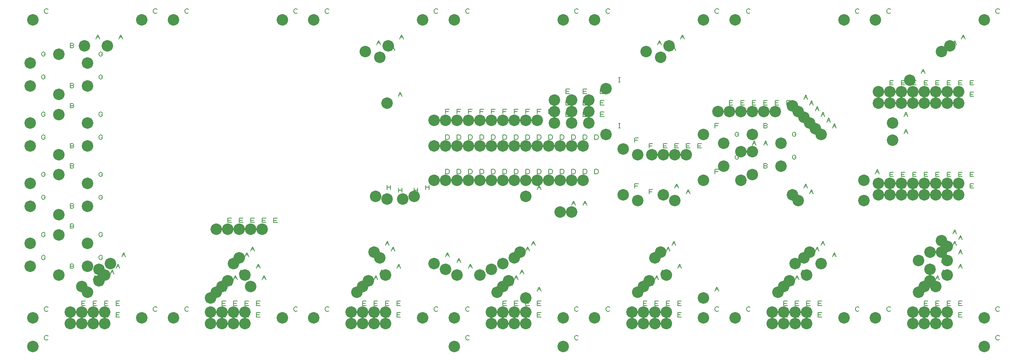
<source format=gbr>
G04 DesignSpark PCB Gerber Version 11.0 Build 5877*
G04 #@! TF.Part,Single*
G04 #@! TF.FileFunction,Drillmap*
G04 #@! TF.FilePolarity,Positive*
%FSLAX35Y35*%
%MOIN*%
%ADD82C,0.00500*%
G04 #@! TA.AperFunction,ViaPad*
%ADD95C,0.10000*%
G04 #@! TD.AperFunction*
X0Y0D02*
D02*
D82*
X27787Y95600D02*
X28725D01*
Y95287D01*
X28413Y94663D01*
X28100Y94350D01*
X27475Y94037D01*
X26850D01*
X26225Y94350D01*
X25913Y94663D01*
X25600Y95287D01*
Y96537D01*
X25913Y97163D01*
X26225Y97475D01*
X26850Y97787D01*
X27475D01*
X28100Y97475D01*
X28413Y97163D01*
X28725Y96537D01*
X27787Y115600D02*
X28725D01*
Y115287D01*
X28413Y114663D01*
X28100Y114350D01*
X27475Y114037D01*
X26850D01*
X26225Y114350D01*
X25913Y114663D01*
X25600Y115287D01*
Y116537D01*
X25913Y117163D01*
X26225Y117475D01*
X26850Y117787D01*
X27475D01*
X28100Y117475D01*
X28413Y117163D01*
X28725Y116537D01*
X27787Y148100D02*
X28725D01*
Y147787D01*
X28413Y147163D01*
X28100Y146850D01*
X27475Y146537D01*
X26850D01*
X26225Y146850D01*
X25913Y147163D01*
X25600Y147787D01*
Y149037D01*
X25913Y149663D01*
X26225Y149975D01*
X26850Y150287D01*
X27475D01*
X28100Y149975D01*
X28413Y149663D01*
X28725Y149037D01*
X27787Y168100D02*
X28725D01*
Y167787D01*
X28413Y167163D01*
X28100Y166850D01*
X27475Y166537D01*
X26850D01*
X26225Y166850D01*
X25913Y167163D01*
X25600Y167787D01*
Y169037D01*
X25913Y169663D01*
X26225Y169975D01*
X26850Y170287D01*
X27475D01*
X28100Y169975D01*
X28413Y169663D01*
X28725Y169037D01*
X27787Y200600D02*
X28725D01*
Y200287D01*
X28413Y199663D01*
X28100Y199350D01*
X27475Y199037D01*
X26850D01*
X26225Y199350D01*
X25913Y199663D01*
X25600Y200287D01*
Y201537D01*
X25913Y202163D01*
X26225Y202475D01*
X26850Y202787D01*
X27475D01*
X28100Y202475D01*
X28413Y202163D01*
X28725Y201537D01*
X27787Y220600D02*
X28725D01*
Y220287D01*
X28413Y219663D01*
X28100Y219350D01*
X27475Y219037D01*
X26850D01*
X26225Y219350D01*
X25913Y219663D01*
X25600Y220287D01*
Y221537D01*
X25913Y222163D01*
X26225Y222475D01*
X26850Y222787D01*
X27475D01*
X28100Y222475D01*
X28413Y222163D01*
X28725Y221537D01*
X27787Y253100D02*
X28725D01*
Y252787D01*
X28413Y252163D01*
X28100Y251850D01*
X27475Y251537D01*
X26850D01*
X26225Y251850D01*
X25913Y252163D01*
X25600Y252787D01*
Y254037D01*
X25913Y254663D01*
X26225Y254975D01*
X26850Y255287D01*
X27475D01*
X28100Y254975D01*
X28413Y254663D01*
X28725Y254037D01*
X27787Y273100D02*
X28725D01*
Y272787D01*
X28413Y272163D01*
X28100Y271850D01*
X27475Y271537D01*
X26850D01*
X26225Y271850D01*
X25913Y272163D01*
X25600Y272787D01*
Y274037D01*
X25913Y274663D01*
X26225Y274975D01*
X26850Y275287D01*
X27475D01*
X28100Y274975D01*
X28413Y274663D01*
X28725Y274037D01*
X31225Y24663D02*
X30913Y24350D01*
X30287Y24037D01*
X29350D01*
X28725Y24350D01*
X28413Y24663D01*
X28100Y25287D01*
Y26537D01*
X28413Y27163D01*
X28725Y27475D01*
X29350Y27787D01*
X30287D01*
X30913Y27475D01*
X31225Y27163D01*
Y49663D02*
X30913Y49350D01*
X30287Y49037D01*
X29350D01*
X28725Y49350D01*
X28413Y49663D01*
X28100Y50287D01*
Y51537D01*
X28413Y52163D01*
X28725Y52475D01*
X29350Y52787D01*
X30287D01*
X30913Y52475D01*
X31225Y52163D01*
Y309663D02*
X30913Y309350D01*
X30287Y309037D01*
X29350D01*
X28725Y309350D01*
X28413Y309663D01*
X28100Y310287D01*
Y311537D01*
X28413Y312163D01*
X28725Y312475D01*
X29350Y312787D01*
X30287D01*
X30913Y312475D01*
X31225Y312163D01*
X52787Y88413D02*
X53413Y88100D01*
X53725Y87475D01*
X53413Y86850D01*
X52787Y86537D01*
X50600D01*
Y90287D01*
X52787D01*
X53413Y89975D01*
X53725Y89350D01*
X53413Y88725D01*
X52787Y88413D01*
X50600D01*
X52787Y123413D02*
X53413Y123100D01*
X53725Y122475D01*
X53413Y121850D01*
X52787Y121537D01*
X50600D01*
Y125287D01*
X52787D01*
X53413Y124975D01*
X53725Y124350D01*
X53413Y123725D01*
X52787Y123413D01*
X50600D01*
X52787Y140913D02*
X53413Y140600D01*
X53725Y139975D01*
X53413Y139350D01*
X52787Y139037D01*
X50600D01*
Y142787D01*
X52787D01*
X53413Y142475D01*
X53725Y141850D01*
X53413Y141225D01*
X52787Y140913D01*
X50600D01*
X52787Y175913D02*
X53413Y175600D01*
X53725Y174975D01*
X53413Y174350D01*
X52787Y174037D01*
X50600D01*
Y177787D01*
X52787D01*
X53413Y177475D01*
X53725Y176850D01*
X53413Y176225D01*
X52787Y175913D01*
X50600D01*
X52787Y193413D02*
X53413Y193100D01*
X53725Y192475D01*
X53413Y191850D01*
X52787Y191537D01*
X50600D01*
Y195287D01*
X52787D01*
X53413Y194975D01*
X53725Y194350D01*
X53413Y193725D01*
X52787Y193413D01*
X50600D01*
X52787Y228413D02*
X53413Y228100D01*
X53725Y227475D01*
X53413Y226850D01*
X52787Y226537D01*
X50600D01*
Y230287D01*
X52787D01*
X53413Y229975D01*
X53725Y229350D01*
X53413Y228725D01*
X52787Y228413D01*
X50600D01*
X52787Y245913D02*
X53413Y245600D01*
X53725Y244975D01*
X53413Y244350D01*
X52787Y244037D01*
X50600D01*
Y247787D01*
X52787D01*
X53413Y247475D01*
X53725Y246850D01*
X53413Y246225D01*
X52787Y245913D01*
X50600D01*
X52787Y280913D02*
X53413Y280600D01*
X53725Y279975D01*
X53413Y279350D01*
X52787Y279037D01*
X50600D01*
Y282787D01*
X52787D01*
X53413Y282475D01*
X53725Y281850D01*
X53413Y281225D01*
X52787Y280913D01*
X50600D01*
X60600Y44037D02*
Y47787D01*
X63725D01*
X63100Y45913D02*
X60600D01*
Y44037D02*
X63725D01*
X60600Y54037D02*
Y57787D01*
X63725D01*
X63100Y55913D02*
X60600D01*
Y54037D02*
X63725D01*
X70600Y44037D02*
Y47787D01*
X73725D01*
X73100Y45913D02*
X70600D01*
Y44037D02*
X73725D01*
X70600Y54037D02*
Y57787D01*
X73725D01*
X73100Y55913D02*
X70600D01*
Y54037D02*
X73725D01*
X70600Y76537D02*
X72163Y80287D01*
X73725Y76537D01*
X71225Y78100D02*
X73100D01*
Y286537D02*
X74663Y290287D01*
X76225Y286537D01*
X73725Y288100D02*
X75600D01*
Y71537D02*
X77163Y75287D01*
X78725Y71537D01*
X76225Y73100D02*
X78100D01*
X77787Y95600D02*
X78725D01*
Y95287D01*
X78413Y94663D01*
X78100Y94350D01*
X77475Y94037D01*
X76850D01*
X76225Y94350D01*
X75913Y94663D01*
X75600Y95287D01*
Y96537D01*
X75913Y97163D01*
X76225Y97475D01*
X76850Y97787D01*
X77475D01*
X78100Y97475D01*
X78413Y97163D01*
X78725Y96537D01*
X77787Y115600D02*
X78725D01*
Y115287D01*
X78413Y114663D01*
X78100Y114350D01*
X77475Y114037D01*
X76850D01*
X76225Y114350D01*
X75913Y114663D01*
X75600Y115287D01*
Y116537D01*
X75913Y117163D01*
X76225Y117475D01*
X76850Y117787D01*
X77475D01*
X78100Y117475D01*
X78413Y117163D01*
X78725Y116537D01*
X77787Y148100D02*
X78725D01*
Y147787D01*
X78413Y147163D01*
X78100Y146850D01*
X77475Y146537D01*
X76850D01*
X76225Y146850D01*
X75913Y147163D01*
X75600Y147787D01*
Y149037D01*
X75913Y149663D01*
X76225Y149975D01*
X76850Y150287D01*
X77475D01*
X78100Y149975D01*
X78413Y149663D01*
X78725Y149037D01*
X77787Y168100D02*
X78725D01*
Y167787D01*
X78413Y167163D01*
X78100Y166850D01*
X77475Y166537D01*
X76850D01*
X76225Y166850D01*
X75913Y167163D01*
X75600Y167787D01*
Y169037D01*
X75913Y169663D01*
X76225Y169975D01*
X76850Y170287D01*
X77475D01*
X78100Y169975D01*
X78413Y169663D01*
X78725Y169037D01*
X77787Y200600D02*
X78725D01*
Y200287D01*
X78413Y199663D01*
X78100Y199350D01*
X77475Y199037D01*
X76850D01*
X76225Y199350D01*
X75913Y199663D01*
X75600Y200287D01*
Y201537D01*
X75913Y202163D01*
X76225Y202475D01*
X76850Y202787D01*
X77475D01*
X78100Y202475D01*
X78413Y202163D01*
X78725Y201537D01*
X77787Y220600D02*
X78725D01*
Y220287D01*
X78413Y219663D01*
X78100Y219350D01*
X77475Y219037D01*
X76850D01*
X76225Y219350D01*
X75913Y219663D01*
X75600Y220287D01*
Y221537D01*
X75913Y222163D01*
X76225Y222475D01*
X76850Y222787D01*
X77475D01*
X78100Y222475D01*
X78413Y222163D01*
X78725Y221537D01*
X77787Y253100D02*
X78725D01*
Y252787D01*
X78413Y252163D01*
X78100Y251850D01*
X77475Y251537D01*
X76850D01*
X76225Y251850D01*
X75913Y252163D01*
X75600Y252787D01*
Y254037D01*
X75913Y254663D01*
X76225Y254975D01*
X76850Y255287D01*
X77475D01*
X78100Y254975D01*
X78413Y254663D01*
X78725Y254037D01*
X77787Y273100D02*
X78725D01*
Y272787D01*
X78413Y272163D01*
X78100Y271850D01*
X77475Y271537D01*
X76850D01*
X76225Y271850D01*
X75913Y272163D01*
X75600Y272787D01*
Y274037D01*
X75913Y274663D01*
X76225Y274975D01*
X76850Y275287D01*
X77475D01*
X78100Y274975D01*
X78413Y274663D01*
X78725Y274037D01*
X80600Y44037D02*
Y47787D01*
X83725D01*
X83100Y45913D02*
X80600D01*
Y44037D02*
X83725D01*
X80600Y54037D02*
Y57787D01*
X83725D01*
X83100Y55913D02*
X80600D01*
Y54037D02*
X83725D01*
X85600Y81537D02*
X87163Y85287D01*
X88725Y81537D01*
X86225Y83100D02*
X88100D01*
X85600Y91537D02*
X87163Y95287D01*
X88725Y91537D01*
X86225Y93100D02*
X88100D01*
X90600Y44037D02*
Y47787D01*
X93725D01*
X93100Y45913D02*
X90600D01*
Y44037D02*
X93725D01*
X90600Y54037D02*
Y57787D01*
X93725D01*
X93100Y55913D02*
X90600D01*
Y54037D02*
X93725D01*
X90600Y86537D02*
X92163Y90287D01*
X93725Y86537D01*
X91225Y88100D02*
X93100D01*
Y286537D02*
X94663Y290287D01*
X96225Y286537D01*
X93725Y288100D02*
X95600D01*
Y96537D02*
X97163Y100287D01*
X98725Y96537D01*
X96225Y98100D02*
X98100D01*
X126225Y49663D02*
X125913Y49350D01*
X125287Y49037D01*
X124350D01*
X123725Y49350D01*
X123413Y49663D01*
X123100Y50287D01*
Y51537D01*
X123413Y52163D01*
X123725Y52475D01*
X124350Y52787D01*
X125287D01*
X125913Y52475D01*
X126225Y52163D01*
Y309663D02*
X125913Y309350D01*
X125287Y309037D01*
X124350D01*
X123725Y309350D01*
X123413Y309663D01*
X123100Y310287D01*
Y311537D01*
X123413Y312163D01*
X123725Y312475D01*
X124350Y312787D01*
X125287D01*
X125913Y312475D01*
X126225Y312163D01*
X153725Y49663D02*
X153413Y49350D01*
X152787Y49037D01*
X151850D01*
X151225Y49350D01*
X150913Y49663D01*
X150600Y50287D01*
Y51537D01*
X150913Y52163D01*
X151225Y52475D01*
X151850Y52787D01*
X152787D01*
X153413Y52475D01*
X153725Y52163D01*
Y309663D02*
X153413Y309350D01*
X152787Y309037D01*
X151850D01*
X151225Y309350D01*
X150913Y309663D01*
X150600Y310287D01*
Y311537D01*
X150913Y312163D01*
X151225Y312475D01*
X151850Y312787D01*
X152787D01*
X153413Y312475D01*
X153725Y312163D01*
X183100Y44037D02*
Y47787D01*
X186225D01*
X185600Y45913D02*
X183100D01*
Y44037D02*
X186225D01*
X183100Y54037D02*
Y57787D01*
X186225D01*
X185600Y55913D02*
X183100D01*
Y54037D02*
X186225D01*
X183100Y66537D02*
X184663Y70287D01*
X186225Y66537D01*
X183725Y68100D02*
X185600D01*
X188100Y71537D02*
X189663Y75287D01*
X191225Y71537D01*
X188725Y73100D02*
X190600D01*
X188100Y71537D02*
X189663Y75287D01*
X191225Y71537D01*
X188725Y73100D02*
X190600D01*
X188100Y126537D02*
Y130287D01*
X191225D01*
X190600Y128413D02*
X188100D01*
Y126537D02*
X191225D01*
X193100Y44037D02*
Y47787D01*
X196225D01*
X195600Y45913D02*
X193100D01*
Y44037D02*
X196225D01*
X193100Y54037D02*
Y57787D01*
X196225D01*
X195600Y55913D02*
X193100D01*
Y54037D02*
X196225D01*
X193100Y76537D02*
X194663Y80287D01*
X196225Y76537D01*
X193725Y78100D02*
X195600D01*
X198100Y81537D02*
X199663Y85287D01*
X201225Y81537D01*
X198725Y83100D02*
X200600D01*
X198100Y126537D02*
Y130287D01*
X201225D01*
X200600Y128413D02*
X198100D01*
Y126537D02*
X201225D01*
X203100Y44037D02*
Y47787D01*
X206225D01*
X205600Y45913D02*
X203100D01*
Y44037D02*
X206225D01*
X203100Y54037D02*
Y57787D01*
X206225D01*
X205600Y55913D02*
X203100D01*
Y54037D02*
X206225D01*
X203100Y96537D02*
X204663Y100287D01*
X206225Y96537D01*
X203725Y98100D02*
X205600D01*
X208100Y101537D02*
X209663Y105287D01*
X211225Y101537D01*
X208725Y103100D02*
X210600D01*
X208100Y126537D02*
Y130287D01*
X211225D01*
X210600Y128413D02*
X208100D01*
Y126537D02*
X211225D01*
X213100Y44037D02*
Y47787D01*
X216225D01*
X215600Y45913D02*
X213100D01*
Y44037D02*
X216225D01*
X213100Y54037D02*
Y57787D01*
X216225D01*
X215600Y55913D02*
X213100D01*
Y54037D02*
X216225D01*
X213100Y86537D02*
X214663Y90287D01*
X216225Y86537D01*
X213725Y88100D02*
X215600D01*
X218100Y76537D02*
X219663Y80287D01*
X221225Y76537D01*
X218725Y78100D02*
X220600D01*
X218100Y126537D02*
Y130287D01*
X221225D01*
X220600Y128413D02*
X218100D01*
Y126537D02*
X221225D01*
X228100D02*
Y130287D01*
X231225D01*
X230600Y128413D02*
X228100D01*
Y126537D02*
X231225D01*
X248725Y49663D02*
X248413Y49350D01*
X247787Y49037D01*
X246850D01*
X246225Y49350D01*
X245913Y49663D01*
X245600Y50287D01*
Y51537D01*
X245913Y52163D01*
X246225Y52475D01*
X246850Y52787D01*
X247787D01*
X248413Y52475D01*
X248725Y52163D01*
Y309663D02*
X248413Y309350D01*
X247787Y309037D01*
X246850D01*
X246225Y309350D01*
X245913Y309663D01*
X245600Y310287D01*
Y311537D01*
X245913Y312163D01*
X246225Y312475D01*
X246850Y312787D01*
X247787D01*
X248413Y312475D01*
X248725Y312163D01*
X276225Y49663D02*
X275913Y49350D01*
X275287Y49037D01*
X274350D01*
X273725Y49350D01*
X273413Y49663D01*
X273100Y50287D01*
Y51537D01*
X273413Y52163D01*
X273725Y52475D01*
X274350Y52787D01*
X275287D01*
X275913Y52475D01*
X276225Y52163D01*
Y309663D02*
X275913Y309350D01*
X275287Y309037D01*
X274350D01*
X273725Y309350D01*
X273413Y309663D01*
X273100Y310287D01*
Y311537D01*
X273413Y312163D01*
X273725Y312475D01*
X274350Y312787D01*
X275287D01*
X275913Y312475D01*
X276225Y312163D01*
X305600Y44037D02*
Y47787D01*
X308725D01*
X308100Y45913D02*
X305600D01*
Y44037D02*
X308725D01*
X305600Y54037D02*
Y57787D01*
X308725D01*
X308100Y55913D02*
X305600D01*
Y54037D02*
X308725D01*
X310600Y71537D02*
X312163Y75287D01*
X313725Y71537D01*
X311225Y73100D02*
X313100D01*
X315600Y44037D02*
Y47787D01*
X318725D01*
X318100Y45913D02*
X315600D01*
Y44037D02*
X318725D01*
X315600Y54037D02*
Y57787D01*
X318725D01*
X318100Y55913D02*
X315600D01*
Y54037D02*
X318725D01*
X315600Y76537D02*
X317163Y80287D01*
X318725Y76537D01*
X316225Y78100D02*
X318100D01*
Y281537D02*
X319663Y285287D01*
X321225Y281537D01*
X318725Y283100D02*
X320600D01*
Y81537D02*
X322163Y85287D01*
X323725Y81537D01*
X321225Y83100D02*
X323100D01*
X325600Y44037D02*
Y47787D01*
X328725D01*
X328100Y45913D02*
X325600D01*
Y44037D02*
X328725D01*
X325600Y54037D02*
Y57787D01*
X328725D01*
X328100Y55913D02*
X325600D01*
Y54037D02*
X328725D01*
X325600Y106537D02*
X327163Y110287D01*
X328725Y106537D01*
X326225Y108100D02*
X328100D01*
X326850Y155287D02*
Y159037D01*
Y157163D02*
X329975D01*
Y155287D02*
Y159037D01*
X330600Y101537D02*
X332163Y105287D01*
X333725Y101537D01*
X331225Y103100D02*
X333100D01*
X330600Y276537D02*
X332163Y280287D01*
X333725Y276537D01*
X331225Y278100D02*
X333100D01*
X335600Y44037D02*
Y47787D01*
X338725D01*
X338100Y45913D02*
X335600D01*
Y44037D02*
X338725D01*
X335600Y54037D02*
Y57787D01*
X338725D01*
X338100Y55913D02*
X335600D01*
Y54037D02*
X338725D01*
X335600Y86537D02*
X337163Y90287D01*
X338725Y86537D01*
X336225Y88100D02*
X338100D01*
X336850Y152787D02*
Y156537D01*
Y154663D02*
X339975D01*
Y152787D02*
Y156537D01*
X336850Y236537D02*
X338413Y240287D01*
X339975Y236537D01*
X337475Y238100D02*
X339350D01*
X338100Y286537D02*
X339663Y290287D01*
X341225Y286537D01*
X338725Y288100D02*
X340600D01*
X350600Y152787D02*
Y156537D01*
Y154663D02*
X353725D01*
Y152787D02*
Y156537D01*
X360600Y155287D02*
Y159037D01*
Y157163D02*
X363725D01*
Y155287D02*
Y159037D01*
X371225Y49663D02*
X370913Y49350D01*
X370287Y49037D01*
X369350D01*
X368725Y49350D01*
X368413Y49663D01*
X368100Y50287D01*
Y51537D01*
X368413Y52163D01*
X368725Y52475D01*
X369350Y52787D01*
X370287D01*
X370913Y52475D01*
X371225Y52163D01*
Y309663D02*
X370913Y309350D01*
X370287Y309037D01*
X369350D01*
X368725Y309350D01*
X368413Y309663D01*
X368100Y310287D01*
Y311537D01*
X368413Y312163D01*
X368725Y312475D01*
X369350Y312787D01*
X370287D01*
X370913Y312475D01*
X371225Y312163D01*
X378100Y96537D02*
X379663Y100287D01*
X381225Y96537D01*
X378725Y98100D02*
X380600D01*
X378100Y169037D02*
Y172787D01*
X379975D01*
X380600Y172475D01*
X380913Y172163D01*
X381225Y171537D01*
Y170287D01*
X380913Y169663D01*
X380600Y169350D01*
X379975Y169037D01*
X378100D01*
Y199037D02*
Y202787D01*
X379975D01*
X380600Y202475D01*
X380913Y202163D01*
X381225Y201537D01*
Y200287D01*
X380913Y199663D01*
X380600Y199350D01*
X379975Y199037D01*
X378100D01*
Y221537D02*
Y225287D01*
X381225D01*
X380600Y223413D02*
X378100D01*
X388100Y91537D02*
X389663Y95287D01*
X391225Y91537D01*
X388725Y93100D02*
X390600D01*
X388100Y169037D02*
Y172787D01*
X389975D01*
X390600Y172475D01*
X390913Y172163D01*
X391225Y171537D01*
Y170287D01*
X390913Y169663D01*
X390600Y169350D01*
X389975Y169037D01*
X388100D01*
Y199037D02*
Y202787D01*
X389975D01*
X390600Y202475D01*
X390913Y202163D01*
X391225Y201537D01*
Y200287D01*
X390913Y199663D01*
X390600Y199350D01*
X389975Y199037D01*
X388100D01*
Y221537D02*
Y225287D01*
X391225D01*
X390600Y223413D02*
X388100D01*
X398725Y24663D02*
X398413Y24350D01*
X397787Y24037D01*
X396850D01*
X396225Y24350D01*
X395913Y24663D01*
X395600Y25287D01*
Y26537D01*
X395913Y27163D01*
X396225Y27475D01*
X396850Y27787D01*
X397787D01*
X398413Y27475D01*
X398725Y27163D01*
Y49663D02*
X398413Y49350D01*
X397787Y49037D01*
X396850D01*
X396225Y49350D01*
X395913Y49663D01*
X395600Y50287D01*
Y51537D01*
X395913Y52163D01*
X396225Y52475D01*
X396850Y52787D01*
X397787D01*
X398413Y52475D01*
X398725Y52163D01*
Y309663D02*
X398413Y309350D01*
X397787Y309037D01*
X396850D01*
X396225Y309350D01*
X395913Y309663D01*
X395600Y310287D01*
Y311537D01*
X395913Y312163D01*
X396225Y312475D01*
X396850Y312787D01*
X397787D01*
X398413Y312475D01*
X398725Y312163D01*
X398100Y86537D02*
X399663Y90287D01*
X401225Y86537D01*
X398725Y88100D02*
X400600D01*
X398100Y169037D02*
Y172787D01*
X399975D01*
X400600Y172475D01*
X400913Y172163D01*
X401225Y171537D01*
Y170287D01*
X400913Y169663D01*
X400600Y169350D01*
X399975Y169037D01*
X398100D01*
Y199037D02*
Y202787D01*
X399975D01*
X400600Y202475D01*
X400913Y202163D01*
X401225Y201537D01*
Y200287D01*
X400913Y199663D01*
X400600Y199350D01*
X399975Y199037D01*
X398100D01*
Y221537D02*
Y225287D01*
X401225D01*
X400600Y223413D02*
X398100D01*
X408100Y169037D02*
Y172787D01*
X409975D01*
X410600Y172475D01*
X410913Y172163D01*
X411225Y171537D01*
Y170287D01*
X410913Y169663D01*
X410600Y169350D01*
X409975Y169037D01*
X408100D01*
Y199037D02*
Y202787D01*
X409975D01*
X410600Y202475D01*
X410913Y202163D01*
X411225Y201537D01*
Y200287D01*
X410913Y199663D01*
X410600Y199350D01*
X409975Y199037D01*
X408100D01*
Y221537D02*
Y225287D01*
X411225D01*
X410600Y223413D02*
X408100D01*
X418100Y86537D02*
X419663Y90287D01*
X421225Y86537D01*
X418725Y88100D02*
X420600D01*
X418100Y169037D02*
Y172787D01*
X419975D01*
X420600Y172475D01*
X420913Y172163D01*
X421225Y171537D01*
Y170287D01*
X420913Y169663D01*
X420600Y169350D01*
X419975Y169037D01*
X418100D01*
Y199037D02*
Y202787D01*
X419975D01*
X420600Y202475D01*
X420913Y202163D01*
X421225Y201537D01*
Y200287D01*
X420913Y199663D01*
X420600Y199350D01*
X419975Y199037D01*
X418100D01*
Y221537D02*
Y225287D01*
X421225D01*
X420600Y223413D02*
X418100D01*
X428100Y44037D02*
Y47787D01*
X431225D01*
X430600Y45913D02*
X428100D01*
Y44037D02*
X431225D01*
X428100Y54037D02*
Y57787D01*
X431225D01*
X430600Y55913D02*
X428100D01*
Y54037D02*
X431225D01*
X428100Y91537D02*
X429663Y95287D01*
X431225Y91537D01*
X428725Y93100D02*
X430600D01*
X428100Y169037D02*
Y172787D01*
X429975D01*
X430600Y172475D01*
X430913Y172163D01*
X431225Y171537D01*
Y170287D01*
X430913Y169663D01*
X430600Y169350D01*
X429975Y169037D01*
X428100D01*
Y199037D02*
Y202787D01*
X429975D01*
X430600Y202475D01*
X430913Y202163D01*
X431225Y201537D01*
Y200287D01*
X430913Y199663D01*
X430600Y199350D01*
X429975Y199037D01*
X428100D01*
Y221537D02*
Y225287D01*
X431225D01*
X430600Y223413D02*
X428100D01*
X433100Y71537D02*
X434663Y75287D01*
X436225Y71537D01*
X433725Y73100D02*
X435600D01*
X438100Y44037D02*
Y47787D01*
X441225D01*
X440600Y45913D02*
X438100D01*
Y44037D02*
X441225D01*
X438100Y54037D02*
Y57787D01*
X441225D01*
X440600Y55913D02*
X438100D01*
Y54037D02*
X441225D01*
X438100Y76537D02*
X439663Y80287D01*
X441225Y76537D01*
X438725Y78100D02*
X440600D01*
X438100Y96537D02*
X439663Y100287D01*
X441225Y96537D01*
X438725Y98100D02*
X440600D01*
X438100Y169037D02*
Y172787D01*
X439975D01*
X440600Y172475D01*
X440913Y172163D01*
X441225Y171537D01*
Y170287D01*
X440913Y169663D01*
X440600Y169350D01*
X439975Y169037D01*
X438100D01*
Y199037D02*
Y202787D01*
X439975D01*
X440600Y202475D01*
X440913Y202163D01*
X441225Y201537D01*
Y200287D01*
X440913Y199663D01*
X440600Y199350D01*
X439975Y199037D01*
X438100D01*
Y221537D02*
Y225287D01*
X441225D01*
X440600Y223413D02*
X438100D01*
X443100Y81537D02*
X444663Y85287D01*
X446225Y81537D01*
X443725Y83100D02*
X445600D01*
X448100Y44037D02*
Y47787D01*
X451225D01*
X450600Y45913D02*
X448100D01*
Y44037D02*
X451225D01*
X448100Y54037D02*
Y57787D01*
X451225D01*
X450600Y55913D02*
X448100D01*
Y54037D02*
X451225D01*
X448100Y101537D02*
X449663Y105287D01*
X451225Y101537D01*
X448725Y103100D02*
X450600D01*
X448100Y169037D02*
Y172787D01*
X449975D01*
X450600Y172475D01*
X450913Y172163D01*
X451225Y171537D01*
Y170287D01*
X450913Y169663D01*
X450600Y169350D01*
X449975Y169037D01*
X448100D01*
Y199037D02*
Y202787D01*
X449975D01*
X450600Y202475D01*
X450913Y202163D01*
X451225Y201537D01*
Y200287D01*
X450913Y199663D01*
X450600Y199350D01*
X449975Y199037D01*
X448100D01*
Y221537D02*
Y225287D01*
X451225D01*
X450600Y223413D02*
X448100D01*
X453100Y106537D02*
X454663Y110287D01*
X456225Y106537D01*
X453725Y108100D02*
X455600D01*
X458100Y44037D02*
Y47787D01*
X461225D01*
X460600Y45913D02*
X458100D01*
Y44037D02*
X461225D01*
X458100Y54037D02*
Y57787D01*
X461225D01*
X460600Y55913D02*
X458100D01*
Y54037D02*
X461225D01*
X458100Y66537D02*
X459663Y70287D01*
X461225Y66537D01*
X458725Y68100D02*
X460600D01*
X458100Y155287D02*
X459663Y159037D01*
X461225Y155287D01*
X458725Y156850D02*
X460600D01*
X458100Y169037D02*
Y172787D01*
X459975D01*
X460600Y172475D01*
X460913Y172163D01*
X461225Y171537D01*
Y170287D01*
X460913Y169663D01*
X460600Y169350D01*
X459975Y169037D01*
X458100D01*
Y199037D02*
Y202787D01*
X459975D01*
X460600Y202475D01*
X460913Y202163D01*
X461225Y201537D01*
Y200287D01*
X460913Y199663D01*
X460600Y199350D01*
X459975Y199037D01*
X458100D01*
Y221537D02*
Y225287D01*
X461225D01*
X460600Y223413D02*
X458100D01*
X468100Y169037D02*
Y172787D01*
X469975D01*
X470600Y172475D01*
X470913Y172163D01*
X471225Y171537D01*
Y170287D01*
X470913Y169663D01*
X470600Y169350D01*
X469975Y169037D01*
X468100D01*
Y199037D02*
Y202787D01*
X469975D01*
X470600Y202475D01*
X470913Y202163D01*
X471225Y201537D01*
Y200287D01*
X470913Y199663D01*
X470600Y199350D01*
X469975Y199037D01*
X468100D01*
Y221537D02*
Y225287D01*
X471225D01*
X470600Y223413D02*
X468100D01*
X478100Y169037D02*
Y172787D01*
X479975D01*
X480600Y172475D01*
X480913Y172163D01*
X481225Y171537D01*
Y170287D01*
X480913Y169663D01*
X480600Y169350D01*
X479975Y169037D01*
X478100D01*
Y199037D02*
Y202787D01*
X479975D01*
X480600Y202475D01*
X480913Y202163D01*
X481225Y201537D01*
Y200287D01*
X480913Y199663D01*
X480600Y199350D01*
X479975Y199037D01*
X478100D01*
X483100Y219037D02*
Y222787D01*
X486225D01*
X485600Y220913D02*
X483100D01*
Y219037D02*
X486225D01*
X483100Y229037D02*
Y232787D01*
X486225D01*
X485600Y230913D02*
X483100D01*
Y229037D02*
X486225D01*
X483100Y239037D02*
Y242787D01*
X486225D01*
X485600Y240913D02*
X483100D01*
Y239037D02*
X486225D01*
X488100Y141537D02*
X489663Y145287D01*
X491225Y141537D01*
X488725Y143100D02*
X490600D01*
X488100Y169037D02*
Y172787D01*
X489975D01*
X490600Y172475D01*
X490913Y172163D01*
X491225Y171537D01*
Y170287D01*
X490913Y169663D01*
X490600Y169350D01*
X489975Y169037D01*
X488100D01*
Y199037D02*
Y202787D01*
X489975D01*
X490600Y202475D01*
X490913Y202163D01*
X491225Y201537D01*
Y200287D01*
X490913Y199663D01*
X490600Y199350D01*
X489975Y199037D01*
X488100D01*
X493725Y24663D02*
X493413Y24350D01*
X492787Y24037D01*
X491850D01*
X491225Y24350D01*
X490913Y24663D01*
X490600Y25287D01*
Y26537D01*
X490913Y27163D01*
X491225Y27475D01*
X491850Y27787D01*
X492787D01*
X493413Y27475D01*
X493725Y27163D01*
Y49663D02*
X493413Y49350D01*
X492787Y49037D01*
X491850D01*
X491225Y49350D01*
X490913Y49663D01*
X490600Y50287D01*
Y51537D01*
X490913Y52163D01*
X491225Y52475D01*
X491850Y52787D01*
X492787D01*
X493413Y52475D01*
X493725Y52163D01*
Y309663D02*
X493413Y309350D01*
X492787Y309037D01*
X491850D01*
X491225Y309350D01*
X490913Y309663D01*
X490600Y310287D01*
Y311537D01*
X490913Y312163D01*
X491225Y312475D01*
X491850Y312787D01*
X492787D01*
X493413Y312475D01*
X493725Y312163D01*
X498100Y141537D02*
X499663Y145287D01*
X501225Y141537D01*
X498725Y143100D02*
X500600D01*
X498100Y169037D02*
Y172787D01*
X499975D01*
X500600Y172475D01*
X500913Y172163D01*
X501225Y171537D01*
Y170287D01*
X500913Y169663D01*
X500600Y169350D01*
X499975Y169037D01*
X498100D01*
Y199037D02*
Y202787D01*
X499975D01*
X500600Y202475D01*
X500913Y202163D01*
X501225Y201537D01*
Y200287D01*
X500913Y199663D01*
X500600Y199350D01*
X499975Y199037D01*
X498100D01*
Y219037D02*
Y222787D01*
X501225D01*
X500600Y220913D02*
X498100D01*
Y219037D02*
X501225D01*
X498100Y229037D02*
Y232787D01*
X501225D01*
X500600Y230913D02*
X498100D01*
Y229037D02*
X501225D01*
X498100Y239037D02*
Y242787D01*
X501225D01*
X500600Y240913D02*
X498100D01*
Y239037D02*
X501225D01*
X508100Y169037D02*
Y172787D01*
X509975D01*
X510600Y172475D01*
X510913Y172163D01*
X511225Y171537D01*
Y170287D01*
X510913Y169663D01*
X510600Y169350D01*
X509975Y169037D01*
X508100D01*
Y199037D02*
Y202787D01*
X509975D01*
X510600Y202475D01*
X510913Y202163D01*
X511225Y201537D01*
Y200287D01*
X510913Y199663D01*
X510600Y199350D01*
X509975Y199037D01*
X508100D01*
X513100Y219037D02*
Y222787D01*
X516225D01*
X515600Y220913D02*
X513100D01*
Y219037D02*
X516225D01*
X513100Y229037D02*
Y232787D01*
X516225D01*
X515600Y230913D02*
X513100D01*
Y229037D02*
X516225D01*
X513100Y239037D02*
Y242787D01*
X516225D01*
X515600Y240913D02*
X513100D01*
Y239037D02*
X516225D01*
X521225Y49663D02*
X520913Y49350D01*
X520287Y49037D01*
X519350D01*
X518725Y49350D01*
X518413Y49663D01*
X518100Y50287D01*
Y51537D01*
X518413Y52163D01*
X518725Y52475D01*
X519350Y52787D01*
X520287D01*
X520913Y52475D01*
X521225Y52163D01*
Y309663D02*
X520913Y309350D01*
X520287Y309037D01*
X519350D01*
X518725Y309350D01*
X518413Y309663D01*
X518100Y310287D01*
Y311537D01*
X518413Y312163D01*
X518725Y312475D01*
X519350Y312787D01*
X520287D01*
X520913Y312475D01*
X521225Y312163D01*
X529037Y209037D02*
X530287D01*
X529663D02*
Y212787D01*
X529037D02*
X530287D01*
X529037Y249037D02*
X530287D01*
X529663D02*
Y252787D01*
X529037D02*
X530287D01*
X543100Y156537D02*
Y160287D01*
X546225D01*
X545600Y158413D02*
X543100D01*
Y196537D02*
Y200287D01*
X546225D01*
X545600Y198413D02*
X543100D01*
X550600Y44037D02*
Y47787D01*
X553725D01*
X553100Y45913D02*
X550600D01*
Y44037D02*
X553725D01*
X550600Y54037D02*
Y57787D01*
X553725D01*
X553100Y55913D02*
X550600D01*
Y54037D02*
X553725D01*
X555600Y71537D02*
X557163Y75287D01*
X558725Y71537D01*
X556225Y73100D02*
X558100D01*
X555600Y151537D02*
Y155287D01*
X558725D01*
X558100Y153413D02*
X555600D01*
Y191537D02*
Y195287D01*
X558725D01*
X558100Y193413D02*
X555600D01*
X560600Y44037D02*
Y47787D01*
X563725D01*
X563100Y45913D02*
X560600D01*
Y44037D02*
X563725D01*
X560600Y54037D02*
Y57787D01*
X563725D01*
X563100Y55913D02*
X560600D01*
Y54037D02*
X563725D01*
X560600Y76537D02*
X562163Y80287D01*
X563725Y76537D01*
X561225Y78100D02*
X563100D01*
Y281537D02*
X564663Y285287D01*
X566225Y281537D01*
X563725Y283100D02*
X565600D01*
Y81537D02*
X567163Y85287D01*
X568725Y81537D01*
X566225Y83100D02*
X568100D01*
Y191537D02*
Y195287D01*
X571225D01*
X570600Y193413D02*
X568100D01*
Y191537D02*
X571225D01*
X570600Y44037D02*
Y47787D01*
X573725D01*
X573100Y45913D02*
X570600D01*
Y44037D02*
X573725D01*
X570600Y54037D02*
Y57787D01*
X573725D01*
X573100Y55913D02*
X570600D01*
Y54037D02*
X573725D01*
X570600Y101537D02*
X572163Y105287D01*
X573725Y101537D01*
X571225Y103100D02*
X573100D01*
X575600Y106537D02*
X577163Y110287D01*
X578725Y106537D01*
X576225Y108100D02*
X578100D01*
X575600Y276537D02*
X577163Y280287D01*
X578725Y276537D01*
X576225Y278100D02*
X578100D01*
Y156537D02*
X579663Y160287D01*
X581225Y156537D01*
X578725Y158100D02*
X580600D01*
X578100Y191537D02*
Y195287D01*
X581225D01*
X580600Y193413D02*
X578100D01*
Y191537D02*
X581225D01*
X580600Y44037D02*
Y47787D01*
X583725D01*
X583100Y45913D02*
X580600D01*
Y44037D02*
X583725D01*
X580600Y54037D02*
Y57787D01*
X583725D01*
X583100Y55913D02*
X580600D01*
Y54037D02*
X583725D01*
X580600Y86537D02*
X582163Y90287D01*
X583725Y86537D01*
X581225Y88100D02*
X583100D01*
Y286537D02*
X584663Y290287D01*
X586225Y286537D01*
X583725Y288100D02*
X585600D01*
X588100Y151537D02*
X589663Y155287D01*
X591225Y151537D01*
X588725Y153100D02*
X590600D01*
X588100Y191537D02*
Y195287D01*
X591225D01*
X590600Y193413D02*
X588100D01*
Y191537D02*
X591225D01*
X598100D02*
Y195287D01*
X601225D01*
X600600Y193413D02*
X598100D01*
Y191537D02*
X601225D01*
X616225Y49663D02*
X615913Y49350D01*
X615287Y49037D01*
X614350D01*
X613725Y49350D01*
X613413Y49663D01*
X613100Y50287D01*
Y51537D01*
X613413Y52163D01*
X613725Y52475D01*
X614350Y52787D01*
X615287D01*
X615913Y52475D01*
X616225Y52163D01*
X613100Y66537D02*
X614663Y70287D01*
X616225Y66537D01*
X613725Y68100D02*
X615600D01*
X613100Y169037D02*
Y172787D01*
X616225D01*
X615600Y170913D02*
X613100D01*
Y209037D02*
Y212787D01*
X616225D01*
X615600Y210913D02*
X613100D01*
X616225Y309663D02*
X615913Y309350D01*
X615287Y309037D01*
X614350D01*
X613725Y309350D01*
X613413Y309663D01*
X613100Y310287D01*
Y311537D01*
X613413Y312163D01*
X613725Y312475D01*
X614350Y312787D01*
X615287D01*
X615913Y312475D01*
X616225Y312163D01*
X625600Y229037D02*
Y232787D01*
X628725D01*
X628100Y230913D02*
X625600D01*
Y229037D02*
X628725D01*
X632787Y183100D02*
X633725D01*
Y182787D01*
X633413Y182163D01*
X633100Y181850D01*
X632475Y181537D01*
X631850D01*
X631225Y181850D01*
X630913Y182163D01*
X630600Y182787D01*
Y184037D01*
X630913Y184663D01*
X631225Y184975D01*
X631850Y185287D01*
X632475D01*
X633100Y184975D01*
X633413Y184663D01*
X633725Y184037D01*
X632787Y203100D02*
X633725D01*
Y202787D01*
X633413Y202163D01*
X633100Y201850D01*
X632475Y201537D01*
X631850D01*
X631225Y201850D01*
X630913Y202163D01*
X630600Y202787D01*
Y204037D01*
X630913Y204663D01*
X631225Y204975D01*
X631850Y205287D01*
X632475D01*
X633100Y204975D01*
X633413Y204663D01*
X633725Y204037D01*
X635600Y229037D02*
Y232787D01*
X638725D01*
X638100Y230913D02*
X635600D01*
Y229037D02*
X638725D01*
X643725Y49663D02*
X643413Y49350D01*
X642787Y49037D01*
X641850D01*
X641225Y49350D01*
X640913Y49663D01*
X640600Y50287D01*
Y51537D01*
X640913Y52163D01*
X641225Y52475D01*
X641850Y52787D01*
X642787D01*
X643413Y52475D01*
X643725Y52163D01*
Y309663D02*
X643413Y309350D01*
X642787Y309037D01*
X641850D01*
X641225Y309350D01*
X640913Y309663D01*
X640600Y310287D01*
Y311537D01*
X640913Y312163D01*
X641225Y312475D01*
X641850Y312787D01*
X642787D01*
X643413Y312475D01*
X643725Y312163D01*
X645600Y169037D02*
X647163Y172787D01*
X648725Y169037D01*
X646225Y170600D02*
X648100D01*
X645600Y194037D02*
X647163Y197787D01*
X648725Y194037D01*
X646225Y195600D02*
X648100D01*
X645600Y229037D02*
Y232787D01*
X648725D01*
X648100Y230913D02*
X645600D01*
Y229037D02*
X648725D01*
X657787Y175913D02*
X658413Y175600D01*
X658725Y174975D01*
X658413Y174350D01*
X657787Y174037D01*
X655600D01*
Y177787D01*
X657787D01*
X658413Y177475D01*
X658725Y176850D01*
X658413Y176225D01*
X657787Y175913D01*
X655600D01*
Y194037D02*
X657163Y197787D01*
X658725Y194037D01*
X656225Y195600D02*
X658100D01*
X657787Y210913D02*
X658413Y210600D01*
X658725Y209975D01*
X658413Y209350D01*
X657787Y209037D01*
X655600D01*
Y212787D01*
X657787D01*
X658413Y212475D01*
X658725Y211850D01*
X658413Y211225D01*
X657787Y210913D01*
X655600D01*
Y229037D02*
Y232787D01*
X658725D01*
X658100Y230913D02*
X655600D01*
Y229037D02*
X658725D01*
X665600D02*
Y232787D01*
X668725D01*
X668100Y230913D02*
X665600D01*
Y229037D02*
X668725D01*
X673100Y44037D02*
Y47787D01*
X676225D01*
X675600Y45913D02*
X673100D01*
Y44037D02*
X676225D01*
X673100Y54037D02*
Y57787D01*
X676225D01*
X675600Y55913D02*
X673100D01*
Y54037D02*
X676225D01*
X675600Y229037D02*
Y232787D01*
X678725D01*
X678100Y230913D02*
X675600D01*
Y229037D02*
X678725D01*
X678100Y71537D02*
X679663Y75287D01*
X681225Y71537D01*
X678725Y73100D02*
X680600D01*
X682787Y183100D02*
X683725D01*
Y182787D01*
X683413Y182163D01*
X683100Y181850D01*
X682475Y181537D01*
X681850D01*
X681225Y181850D01*
X680913Y182163D01*
X680600Y182787D01*
Y184037D01*
X680913Y184663D01*
X681225Y184975D01*
X681850Y185287D01*
X682475D01*
X683100Y184975D01*
X683413Y184663D01*
X683725Y184037D01*
X682787Y203100D02*
X683725D01*
Y202787D01*
X683413Y202163D01*
X683100Y201850D01*
X682475Y201537D01*
X681850D01*
X681225Y201850D01*
X680913Y202163D01*
X680600Y202787D01*
Y204037D01*
X680913Y204663D01*
X681225Y204975D01*
X681850Y205287D01*
X682475D01*
X683100Y204975D01*
X683413Y204663D01*
X683725Y204037D01*
X683100Y44037D02*
Y47787D01*
X686225D01*
X685600Y45913D02*
X683100D01*
Y44037D02*
X686225D01*
X683100Y54037D02*
Y57787D01*
X686225D01*
X685600Y55913D02*
X683100D01*
Y54037D02*
X686225D01*
X683100Y76537D02*
X684663Y80287D01*
X686225Y76537D01*
X683725Y78100D02*
X685600D01*
X688100Y81537D02*
X689663Y85287D01*
X691225Y81537D01*
X688725Y83100D02*
X690600D01*
Y156537D02*
X692163Y160287D01*
X693725Y156537D01*
X691225Y158100D02*
X693100D01*
X690600Y234037D02*
X692163Y237787D01*
X693725Y234037D01*
X691225Y235600D02*
X693100D01*
Y44037D02*
Y47787D01*
X696225D01*
X695600Y45913D02*
X693100D01*
Y44037D02*
X696225D01*
X693100Y54037D02*
Y57787D01*
X696225D01*
X695600Y55913D02*
X693100D01*
Y54037D02*
X696225D01*
X693100Y96537D02*
X694663Y100287D01*
X696225Y96537D01*
X693725Y98100D02*
X695600D01*
Y151537D02*
X697163Y155287D01*
X698725Y151537D01*
X696225Y153100D02*
X698100D01*
X695600Y229037D02*
X697163Y232787D01*
X698725Y229037D01*
X696225Y230600D02*
X698100D01*
X700600Y101537D02*
X702163Y105287D01*
X703725Y101537D01*
X701225Y103100D02*
X703100D01*
X700600Y224037D02*
X702163Y227787D01*
X703725Y224037D01*
X701225Y225600D02*
X703100D01*
Y44037D02*
Y47787D01*
X706225D01*
X705600Y45913D02*
X703100D01*
Y44037D02*
X706225D01*
X703100Y54037D02*
Y57787D01*
X706225D01*
X705600Y55913D02*
X703100D01*
Y54037D02*
X706225D01*
X703100Y86537D02*
X704663Y90287D01*
X706225Y86537D01*
X703725Y88100D02*
X705600D01*
Y106537D02*
X707163Y110287D01*
X708725Y106537D01*
X706225Y108100D02*
X708100D01*
X705600Y219037D02*
X707163Y222787D01*
X708725Y219037D01*
X706225Y220600D02*
X708100D01*
X710600Y214037D02*
X712163Y217787D01*
X713725Y214037D01*
X711225Y215600D02*
X713100D01*
X715600Y96537D02*
X717163Y100287D01*
X718725Y96537D01*
X716225Y98100D02*
X718100D01*
X715600Y209037D02*
X717163Y212787D01*
X718725Y209037D01*
X716225Y210600D02*
X718100D01*
X738725Y49663D02*
X738413Y49350D01*
X737787Y49037D01*
X736850D01*
X736225Y49350D01*
X735913Y49663D01*
X735600Y50287D01*
Y51537D01*
X735913Y52163D01*
X736225Y52475D01*
X736850Y52787D01*
X737787D01*
X738413Y52475D01*
X738725Y52163D01*
Y309663D02*
X738413Y309350D01*
X737787Y309037D01*
X736850D01*
X736225Y309350D01*
X735913Y309663D01*
X735600Y310287D01*
Y311537D01*
X735913Y312163D01*
X736225Y312475D01*
X736850Y312787D01*
X737787D01*
X738413Y312475D01*
X738725Y312163D01*
X753100Y151537D02*
X754663Y155287D01*
X756225Y151537D01*
X753725Y153100D02*
X755600D01*
X753100Y169037D02*
X754663Y172787D01*
X756225Y169037D01*
X753725Y170600D02*
X755600D01*
X766225Y49663D02*
X765913Y49350D01*
X765287Y49037D01*
X764350D01*
X763725Y49350D01*
X763413Y49663D01*
X763100Y50287D01*
Y51537D01*
X763413Y52163D01*
X763725Y52475D01*
X764350Y52787D01*
X765287D01*
X765913Y52475D01*
X766225Y52163D01*
Y309663D02*
X765913Y309350D01*
X765287Y309037D01*
X764350D01*
X763725Y309350D01*
X763413Y309663D01*
X763100Y310287D01*
Y311537D01*
X763413Y312163D01*
X763725Y312475D01*
X764350Y312787D01*
X765287D01*
X765913Y312475D01*
X766225Y312163D01*
X765600Y156537D02*
Y160287D01*
X768725D01*
X768100Y158413D02*
X765600D01*
Y156537D02*
X768725D01*
X765600Y166537D02*
Y170287D01*
X768725D01*
X768100Y168413D02*
X765600D01*
Y166537D02*
X768725D01*
X765600Y236537D02*
Y240287D01*
X768725D01*
X768100Y238413D02*
X765600D01*
Y236537D02*
X768725D01*
X765600Y246537D02*
Y250287D01*
X768725D01*
X768100Y248413D02*
X765600D01*
Y246537D02*
X768725D01*
X775600Y156537D02*
Y160287D01*
X778725D01*
X778100Y158413D02*
X775600D01*
Y156537D02*
X778725D01*
X775600Y166537D02*
Y170287D01*
X778725D01*
X778100Y168413D02*
X775600D01*
Y166537D02*
X778725D01*
X775600Y236537D02*
Y240287D01*
X778725D01*
X778100Y238413D02*
X775600D01*
Y236537D02*
X778725D01*
X775600Y246537D02*
Y250287D01*
X778725D01*
X778100Y248413D02*
X775600D01*
Y246537D02*
X778725D01*
X778100Y204037D02*
X779663Y207787D01*
X781225Y204037D01*
X778725Y205600D02*
X780600D01*
X778100Y219037D02*
X779663Y222787D01*
X781225Y219037D01*
X778725Y220600D02*
X780600D01*
X785600Y156537D02*
Y160287D01*
X788725D01*
X788100Y158413D02*
X785600D01*
Y156537D02*
X788725D01*
X785600Y166537D02*
Y170287D01*
X788725D01*
X788100Y168413D02*
X785600D01*
Y166537D02*
X788725D01*
X785600Y236537D02*
Y240287D01*
X788725D01*
X788100Y238413D02*
X785600D01*
Y236537D02*
X788725D01*
X785600Y246537D02*
Y250287D01*
X788725D01*
X788100Y248413D02*
X785600D01*
Y246537D02*
X788725D01*
X793100Y256537D02*
X794663Y260287D01*
X796225Y256537D01*
X793725Y258100D02*
X795600D01*
Y44037D02*
Y47787D01*
X798725D01*
X798100Y45913D02*
X795600D01*
Y44037D02*
X798725D01*
X795600Y54037D02*
Y57787D01*
X798725D01*
X798100Y55913D02*
X795600D01*
Y54037D02*
X798725D01*
X795600Y156537D02*
Y160287D01*
X798725D01*
X798100Y158413D02*
X795600D01*
Y156537D02*
X798725D01*
X795600Y166537D02*
Y170287D01*
X798725D01*
X798100Y168413D02*
X795600D01*
Y166537D02*
X798725D01*
X795600Y236537D02*
Y240287D01*
X798725D01*
X798100Y238413D02*
X795600D01*
Y236537D02*
X798725D01*
X795600Y246537D02*
Y250287D01*
X798725D01*
X798100Y248413D02*
X795600D01*
Y246537D02*
X798725D01*
X800600Y71537D02*
X802163Y75287D01*
X803725Y71537D01*
X801225Y73100D02*
X803100D01*
X800600Y99037D02*
X802163Y102787D01*
X803725Y99037D01*
X801225Y100600D02*
X803100D01*
X805600Y44037D02*
Y47787D01*
X808725D01*
X808100Y45913D02*
X805600D01*
Y44037D02*
X808725D01*
X805600Y54037D02*
Y57787D01*
X808725D01*
X808100Y55913D02*
X805600D01*
Y54037D02*
X808725D01*
X805600Y76537D02*
X807163Y80287D01*
X808725Y76537D01*
X806225Y78100D02*
X808100D01*
X805600Y156537D02*
Y160287D01*
X808725D01*
X808100Y158413D02*
X805600D01*
Y156537D02*
X808725D01*
X805600Y166537D02*
Y170287D01*
X808725D01*
X808100Y168413D02*
X805600D01*
Y166537D02*
X808725D01*
X805600Y236537D02*
Y240287D01*
X808725D01*
X808100Y238413D02*
X805600D01*
Y236537D02*
X808725D01*
X805600Y246537D02*
Y250287D01*
X808725D01*
X808100Y248413D02*
X805600D01*
Y246537D02*
X808725D01*
X810600Y81537D02*
X812163Y85287D01*
X813725Y81537D01*
X811225Y83100D02*
X813100D01*
X810600Y91537D02*
X812163Y95287D01*
X813725Y91537D01*
X811225Y93100D02*
X813100D01*
X810600Y106537D02*
X812163Y110287D01*
X813725Y106537D01*
X811225Y108100D02*
X813100D01*
X815600Y44037D02*
Y47787D01*
X818725D01*
X818100Y45913D02*
X815600D01*
Y44037D02*
X818725D01*
X815600Y54037D02*
Y57787D01*
X818725D01*
X818100Y55913D02*
X815600D01*
Y54037D02*
X818725D01*
X815600Y76537D02*
X817163Y80287D01*
X818725Y76537D01*
X816225Y78100D02*
X818100D01*
X815600Y156537D02*
Y160287D01*
X818725D01*
X818100Y158413D02*
X815600D01*
Y156537D02*
X818725D01*
X815600Y166537D02*
Y170287D01*
X818725D01*
X818100Y168413D02*
X815600D01*
Y166537D02*
X818725D01*
X815600Y236537D02*
Y240287D01*
X818725D01*
X818100Y238413D02*
X815600D01*
Y236537D02*
X818725D01*
X815600Y246537D02*
Y250287D01*
X818725D01*
X818100Y248413D02*
X815600D01*
Y246537D02*
X818725D01*
X820600Y106537D02*
X822163Y110287D01*
X823725Y106537D01*
X821225Y108100D02*
X823100D01*
X820600Y116537D02*
X822163Y120287D01*
X823725Y116537D01*
X821225Y118100D02*
X823100D01*
X820600Y281537D02*
X822163Y285287D01*
X823725Y281537D01*
X821225Y283100D02*
X823100D01*
X825600Y44037D02*
Y47787D01*
X828725D01*
X828100Y45913D02*
X825600D01*
Y44037D02*
X828725D01*
X825600Y54037D02*
Y57787D01*
X828725D01*
X828100Y55913D02*
X825600D01*
Y54037D02*
X828725D01*
X825600Y86537D02*
X827163Y90287D01*
X828725Y86537D01*
X826225Y88100D02*
X828100D01*
X825600Y99037D02*
X827163Y102787D01*
X828725Y99037D01*
X826225Y100600D02*
X828100D01*
X825600Y111537D02*
X827163Y115287D01*
X828725Y111537D01*
X826225Y113100D02*
X828100D01*
X825600Y156537D02*
Y160287D01*
X828725D01*
X828100Y158413D02*
X825600D01*
Y156537D02*
X828725D01*
X825600Y166537D02*
Y170287D01*
X828725D01*
X828100Y168413D02*
X825600D01*
Y166537D02*
X828725D01*
X825600Y236537D02*
Y240287D01*
X828725D01*
X828100Y238413D02*
X825600D01*
Y236537D02*
X828725D01*
X825600Y246537D02*
Y250287D01*
X828725D01*
X828100Y248413D02*
X825600D01*
Y246537D02*
X828725D01*
X828100Y286537D02*
X829663Y290287D01*
X831225Y286537D01*
X828725Y288100D02*
X830600D01*
X835600Y156537D02*
Y160287D01*
X838725D01*
X838100Y158413D02*
X835600D01*
Y156537D02*
X838725D01*
X835600Y166537D02*
Y170287D01*
X838725D01*
X838100Y168413D02*
X835600D01*
Y166537D02*
X838725D01*
X835600Y236537D02*
Y240287D01*
X838725D01*
X838100Y238413D02*
X835600D01*
Y236537D02*
X838725D01*
X835600Y246537D02*
Y250287D01*
X838725D01*
X838100Y248413D02*
X835600D01*
Y246537D02*
X838725D01*
X861225Y24663D02*
X860913Y24350D01*
X860287Y24037D01*
X859350D01*
X858725Y24350D01*
X858413Y24663D01*
X858100Y25287D01*
Y26537D01*
X858413Y27163D01*
X858725Y27475D01*
X859350Y27787D01*
X860287D01*
X860913Y27475D01*
X861225Y27163D01*
Y49663D02*
X860913Y49350D01*
X860287Y49037D01*
X859350D01*
X858725Y49350D01*
X858413Y49663D01*
X858100Y50287D01*
Y51537D01*
X858413Y52163D01*
X858725Y52475D01*
X859350Y52787D01*
X860287D01*
X860913Y52475D01*
X861225Y52163D01*
Y309663D02*
X860913Y309350D01*
X860287Y309037D01*
X859350D01*
X858725Y309350D01*
X858413Y309663D01*
X858100Y310287D01*
Y311537D01*
X858413Y312163D01*
X858725Y312475D01*
X859350Y312787D01*
X860287D01*
X860913Y312475D01*
X861225Y312163D01*
D02*
D95*
X15600Y88100D03*
Y108100D03*
Y140600D03*
Y160600D03*
Y193100D03*
Y213100D03*
Y245600D03*
Y265600D03*
X18100Y18100D03*
Y43100D03*
Y303100D03*
X40600Y80600D03*
Y115600D03*
Y133100D03*
Y168100D03*
Y185600D03*
Y220600D03*
Y238100D03*
Y273100D03*
X50600Y38100D03*
Y48100D03*
X60600Y38100D03*
Y48100D03*
Y70600D03*
X63100Y280600D03*
X65600Y65600D03*
Y88100D03*
Y108100D03*
Y140600D03*
Y160600D03*
Y193100D03*
Y213100D03*
Y245600D03*
Y265600D03*
X70600Y38100D03*
Y48100D03*
X75600Y75600D03*
Y85600D03*
X80600Y38100D03*
Y48100D03*
Y80600D03*
X83100Y280600D03*
X85600Y90600D03*
X113100Y43100D03*
Y303100D03*
X140600Y43100D03*
Y303100D03*
X173100Y38100D03*
Y48100D03*
Y60600D03*
X178100Y65600D03*
D03*
Y120600D03*
X183100Y38100D03*
Y48100D03*
Y70600D03*
X188100Y75600D03*
Y120600D03*
X193100Y38100D03*
Y48100D03*
Y90600D03*
X198100Y95600D03*
Y120600D03*
X203100Y38100D03*
Y48100D03*
Y80600D03*
X208100Y70600D03*
Y120600D03*
X218100D03*
X235600Y43100D03*
Y303100D03*
X263100Y43100D03*
Y303100D03*
X295600Y38100D03*
Y48100D03*
X300600Y65600D03*
X305600Y38100D03*
Y48100D03*
Y70600D03*
X308100Y275600D03*
X310600Y75600D03*
X315600Y38100D03*
Y48100D03*
Y100600D03*
X316850Y149350D03*
X320600Y95600D03*
Y270600D03*
X325600Y38100D03*
Y48100D03*
Y80600D03*
X326850Y146850D03*
Y230600D03*
X328100Y280600D03*
X340600Y146850D03*
X350600Y149350D03*
X358100Y43100D03*
Y303100D03*
X368100Y90600D03*
Y163100D03*
Y193100D03*
Y215600D03*
X378100Y85600D03*
Y163100D03*
Y193100D03*
Y215600D03*
X385600Y18100D03*
Y43100D03*
Y303100D03*
X388100Y80600D03*
Y163100D03*
Y193100D03*
Y215600D03*
X398100Y163100D03*
Y193100D03*
Y215600D03*
X408100Y80600D03*
Y163100D03*
Y193100D03*
Y215600D03*
X418100Y38100D03*
Y48100D03*
Y85600D03*
Y163100D03*
Y193100D03*
Y215600D03*
X423100Y65600D03*
X428100Y38100D03*
Y48100D03*
Y70600D03*
Y90600D03*
Y163100D03*
Y193100D03*
Y215600D03*
X433100Y75600D03*
X438100Y38100D03*
Y48100D03*
Y95600D03*
Y163100D03*
Y193100D03*
Y215600D03*
X443100Y100600D03*
X448100Y38100D03*
Y48100D03*
Y60600D03*
Y149350D03*
Y163100D03*
Y193100D03*
Y215600D03*
X458100Y163100D03*
Y193100D03*
Y215600D03*
X468100Y163100D03*
Y193100D03*
X473100Y213100D03*
Y223100D03*
Y233100D03*
X478100Y135600D03*
Y163100D03*
Y193100D03*
X480600Y18100D03*
Y43100D03*
Y303100D03*
X488100Y135600D03*
Y163100D03*
Y193100D03*
Y213100D03*
Y223100D03*
Y233100D03*
X498100Y163100D03*
Y193100D03*
X503100Y213100D03*
Y223100D03*
Y233100D03*
X508100Y43100D03*
Y303100D03*
X518100Y203100D03*
Y243100D03*
X533100Y150600D03*
Y190600D03*
X540600Y38100D03*
Y48100D03*
X545600Y65600D03*
Y145600D03*
Y185600D03*
X550600Y38100D03*
Y48100D03*
Y70600D03*
X553100Y275600D03*
X555600Y75600D03*
X558100Y185600D03*
X560600Y38100D03*
Y48100D03*
Y95600D03*
X565600Y100600D03*
Y270600D03*
X568100Y150600D03*
Y185600D03*
X570600Y38100D03*
Y48100D03*
Y80600D03*
X573100Y280600D03*
X578100Y145600D03*
Y185600D03*
X588100D03*
X603100Y43100D03*
Y60600D03*
Y163100D03*
Y203100D03*
Y303100D03*
X615600Y223100D03*
X620600Y175600D03*
Y195600D03*
X625600Y223100D03*
X630600Y43100D03*
Y303100D03*
X635600Y163100D03*
Y188100D03*
Y223100D03*
X645600Y168100D03*
Y188100D03*
Y203100D03*
Y223100D03*
X655600D03*
X663100Y38100D03*
Y48100D03*
X665600Y223100D03*
X668100Y65600D03*
X670600Y175600D03*
Y195600D03*
X673100Y38100D03*
Y48100D03*
Y70600D03*
X678100Y75600D03*
X680600Y150600D03*
Y228100D03*
X683100Y38100D03*
Y48100D03*
Y90600D03*
X685600Y145600D03*
Y223100D03*
X690600Y95600D03*
Y218100D03*
X693100Y38100D03*
Y48100D03*
Y80600D03*
X695600Y100600D03*
Y213100D03*
X700600Y208100D03*
X705600Y90600D03*
Y203100D03*
X725600Y43100D03*
Y303100D03*
X743100Y145600D03*
Y163100D03*
X753100Y43100D03*
Y303100D03*
X755600Y150600D03*
Y160600D03*
Y230600D03*
Y240600D03*
X765600Y150600D03*
Y160600D03*
Y230600D03*
Y240600D03*
X768100Y198100D03*
Y213100D03*
X775600Y150600D03*
Y160600D03*
Y230600D03*
Y240600D03*
X783100Y250600D03*
X785600Y38100D03*
Y48100D03*
Y150600D03*
Y160600D03*
Y230600D03*
Y240600D03*
X790600Y65600D03*
Y93100D03*
X795600Y38100D03*
Y48100D03*
Y70600D03*
Y150600D03*
Y160600D03*
Y230600D03*
Y240600D03*
X800600Y75600D03*
Y85600D03*
Y100600D03*
X805600Y38100D03*
Y48100D03*
Y70600D03*
Y150600D03*
Y160600D03*
Y230600D03*
Y240600D03*
X810600Y100600D03*
Y110600D03*
Y275600D03*
X815600Y38100D03*
Y48100D03*
Y80600D03*
Y93100D03*
Y105600D03*
Y150600D03*
Y160600D03*
Y230600D03*
Y240600D03*
X818100Y280600D03*
X825600Y150600D03*
Y160600D03*
Y230600D03*
Y240600D03*
X848100Y18100D03*
Y43100D03*
Y303100D03*
X0Y0D02*
M02*

</source>
